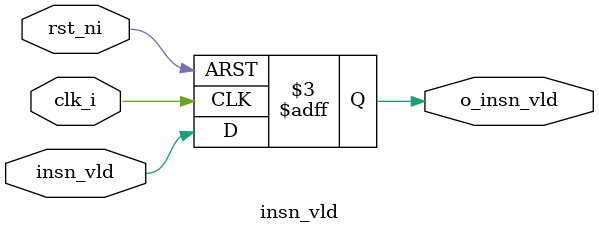
<source format=sv>
module insn_vld (
  input logic clk_i,
  input logic rst_ni,
  input logic insn_vld,
  output logic o_insn_vld
);

  always_ff @(posedge clk_i or negedge rst_ni) begin
    if (!rst_ni) begin
      o_insn_vld <= 1'b0;
    end else begin
      o_insn_vld <= insn_vld;
    end
  end

endmodule
</source>
